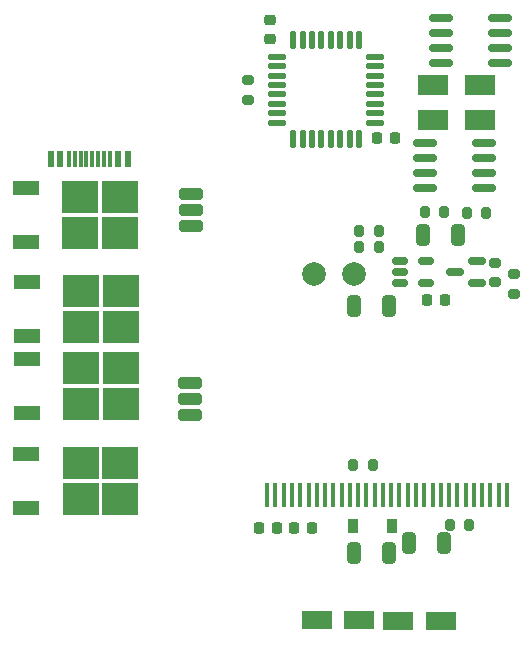
<source format=gtp>
G04 #@! TF.GenerationSoftware,KiCad,Pcbnew,(6.0.0)*
G04 #@! TF.CreationDate,2022-07-15T20:40:48-03:00*
G04 #@! TF.ProjectId,lanterna_bueno,6c616e74-6572-46e6-915f-6275656e6f2e,rev?*
G04 #@! TF.SameCoordinates,Original*
G04 #@! TF.FileFunction,Paste,Top*
G04 #@! TF.FilePolarity,Positive*
%FSLAX46Y46*%
G04 Gerber Fmt 4.6, Leading zero omitted, Abs format (unit mm)*
G04 Created by KiCad (PCBNEW (6.0.0)) date 2022-07-15 20:40:48*
%MOMM*%
%LPD*%
G01*
G04 APERTURE LIST*
G04 Aperture macros list*
%AMRoundRect*
0 Rectangle with rounded corners*
0 $1 Rounding radius*
0 $2 $3 $4 $5 $6 $7 $8 $9 X,Y pos of 4 corners*
0 Add a 4 corners polygon primitive as box body*
4,1,4,$2,$3,$4,$5,$6,$7,$8,$9,$2,$3,0*
0 Add four circle primitives for the rounded corners*
1,1,$1+$1,$2,$3*
1,1,$1+$1,$4,$5*
1,1,$1+$1,$6,$7*
1,1,$1+$1,$8,$9*
0 Add four rect primitives between the rounded corners*
20,1,$1+$1,$2,$3,$4,$5,0*
20,1,$1+$1,$4,$5,$6,$7,0*
20,1,$1+$1,$6,$7,$8,$9,0*
20,1,$1+$1,$8,$9,$2,$3,0*%
G04 Aperture macros list end*
%ADD10RoundRect,0.250000X-1.050000X-0.550000X1.050000X-0.550000X1.050000X0.550000X-1.050000X0.550000X0*%
%ADD11RoundRect,0.150000X-0.512500X-0.150000X0.512500X-0.150000X0.512500X0.150000X-0.512500X0.150000X0*%
%ADD12C,2.000000*%
%ADD13RoundRect,0.250000X-0.325000X-0.650000X0.325000X-0.650000X0.325000X0.650000X-0.325000X0.650000X0*%
%ADD14RoundRect,0.225000X-0.225000X-0.250000X0.225000X-0.250000X0.225000X0.250000X-0.225000X0.250000X0*%
%ADD15RoundRect,0.150000X0.587500X0.150000X-0.587500X0.150000X-0.587500X-0.150000X0.587500X-0.150000X0*%
%ADD16RoundRect,0.250000X0.325000X0.650000X-0.325000X0.650000X-0.325000X-0.650000X0.325000X-0.650000X0*%
%ADD17R,0.400000X2.000000*%
%ADD18RoundRect,0.125000X-0.625000X-0.125000X0.625000X-0.125000X0.625000X0.125000X-0.625000X0.125000X0*%
%ADD19RoundRect,0.125000X-0.125000X-0.625000X0.125000X-0.625000X0.125000X0.625000X-0.125000X0.625000X0*%
%ADD20R,0.600000X1.450000*%
%ADD21R,0.300000X1.450000*%
%ADD22RoundRect,0.200000X-0.200000X-0.275000X0.200000X-0.275000X0.200000X0.275000X-0.200000X0.275000X0*%
%ADD23RoundRect,0.250000X0.750000X-0.250000X0.750000X0.250000X-0.750000X0.250000X-0.750000X-0.250000X0*%
%ADD24RoundRect,0.200000X0.275000X-0.200000X0.275000X0.200000X-0.275000X0.200000X-0.275000X-0.200000X0*%
%ADD25RoundRect,0.250000X-0.750000X0.250000X-0.750000X-0.250000X0.750000X-0.250000X0.750000X0.250000X0*%
%ADD26R,3.050000X2.750000*%
%ADD27R,2.200000X1.200000*%
%ADD28RoundRect,0.150000X-0.825000X-0.150000X0.825000X-0.150000X0.825000X0.150000X-0.825000X0.150000X0*%
%ADD29RoundRect,0.200000X0.200000X0.275000X-0.200000X0.275000X-0.200000X-0.275000X0.200000X-0.275000X0*%
%ADD30RoundRect,0.225000X0.250000X-0.225000X0.250000X0.225000X-0.250000X0.225000X-0.250000X-0.225000X0*%
%ADD31R,2.500000X1.800000*%
%ADD32R,0.900000X1.200000*%
G04 APERTURE END LIST*
D10*
X144674000Y-121632800D03*
X148274000Y-121632800D03*
D11*
X151686500Y-91218800D03*
X151686500Y-92168800D03*
X151686500Y-93118800D03*
X153961500Y-93118800D03*
X153961500Y-91218800D03*
D12*
X147845600Y-92372000D03*
X144473600Y-92372000D03*
D13*
X147843800Y-95064400D03*
X150793800Y-95064400D03*
D14*
X153979400Y-94556400D03*
X155529400Y-94556400D03*
D15*
X158231900Y-93118800D03*
X158231900Y-91218800D03*
X156356900Y-92168800D03*
D16*
X150793800Y-115943200D03*
X147843800Y-115943200D03*
D17*
X140481652Y-111022200D03*
X141181652Y-111022200D03*
X141881652Y-111022200D03*
X142581652Y-111022200D03*
X143281652Y-111022200D03*
X143981652Y-111022200D03*
X144681652Y-111022200D03*
X145381652Y-111022200D03*
X146081652Y-111022200D03*
X146781652Y-111022200D03*
X147481652Y-111022200D03*
X148181652Y-111022200D03*
X148881652Y-111022200D03*
X149581652Y-111022200D03*
X150281652Y-111022200D03*
X150981652Y-111022200D03*
X151681652Y-111022200D03*
X152381652Y-111022200D03*
X153081652Y-111022200D03*
X153781652Y-111022200D03*
X154481652Y-111022200D03*
X155181652Y-111022200D03*
X155881652Y-111022200D03*
X156581652Y-111022200D03*
X157281652Y-111022200D03*
X157981652Y-111022200D03*
X158681652Y-111022200D03*
X159381652Y-111022200D03*
X160081652Y-111022200D03*
X160781652Y-111022200D03*
D18*
X141300042Y-73941800D03*
X141300042Y-74741800D03*
X141300042Y-75541800D03*
X141300042Y-76341800D03*
X141300042Y-77141800D03*
X141300042Y-77941800D03*
X141300042Y-78741800D03*
X141300042Y-79541800D03*
D19*
X142675042Y-80916800D03*
X143475042Y-80916800D03*
X144275042Y-80916800D03*
X145075042Y-80916800D03*
X145875042Y-80916800D03*
X146675042Y-80916800D03*
X147475042Y-80916800D03*
X148275042Y-80916800D03*
D18*
X149650042Y-79541800D03*
X149650042Y-78741800D03*
X149650042Y-77941800D03*
X149650042Y-77141800D03*
X149650042Y-76341800D03*
X149650042Y-75541800D03*
X149650042Y-74741800D03*
X149650042Y-73941800D03*
D19*
X148275042Y-72566800D03*
X147475042Y-72566800D03*
X146675042Y-72566800D03*
X145875042Y-72566800D03*
X145075042Y-72566800D03*
X144275042Y-72566800D03*
X143475042Y-72566800D03*
X142675042Y-72566800D03*
D20*
X128679000Y-82567000D03*
X127879000Y-82567000D03*
D21*
X126679000Y-82567000D03*
X125679000Y-82567000D03*
X125179000Y-82567000D03*
X124179000Y-82567000D03*
D20*
X122979000Y-82567000D03*
X122179000Y-82567000D03*
X122179000Y-82567000D03*
X122979000Y-82567000D03*
D21*
X123679000Y-82567000D03*
X124679000Y-82567000D03*
X126179000Y-82567000D03*
X127179000Y-82567000D03*
D20*
X127879000Y-82567000D03*
X128679000Y-82567000D03*
D22*
X153827800Y-87088800D03*
X155477800Y-87088800D03*
X148282652Y-88663600D03*
X149932652Y-88663600D03*
D23*
X134006200Y-88258200D03*
X134006200Y-86912000D03*
X134006200Y-85565800D03*
D14*
X149755052Y-80789600D03*
X151305052Y-80789600D03*
D24*
X138854000Y-77601400D03*
X138854000Y-75951400D03*
D25*
X133967400Y-101563800D03*
X133967400Y-102910000D03*
X133967400Y-104256200D03*
D26*
X128109800Y-103370200D03*
X124759800Y-100320200D03*
X124759800Y-103370200D03*
X128109800Y-100320200D03*
D27*
X120134800Y-99565200D03*
X120134800Y-104125200D03*
D28*
X153854200Y-81272200D03*
X153854200Y-82542200D03*
X153854200Y-83812200D03*
X153854200Y-85082200D03*
X158804200Y-85082200D03*
X158804200Y-83812200D03*
X158804200Y-82542200D03*
X158804200Y-81272200D03*
D29*
X149932652Y-90086000D03*
X148282652Y-90086000D03*
D30*
X140725652Y-72420600D03*
X140725652Y-70870600D03*
D31*
X158481600Y-79265600D03*
X154481600Y-79265600D03*
D29*
X149424652Y-108475600D03*
X147774652Y-108475600D03*
D13*
X153685800Y-89070000D03*
X156635800Y-89070000D03*
D24*
X159732800Y-93044600D03*
X159732800Y-91394600D03*
X161358400Y-94009800D03*
X161358400Y-92359800D03*
D14*
X142744652Y-113860400D03*
X144294652Y-113860400D03*
D31*
X158532400Y-76370000D03*
X154532400Y-76370000D03*
D14*
X139747452Y-113860400D03*
X141297452Y-113860400D03*
D29*
X157603452Y-113555600D03*
X155953452Y-113555600D03*
D32*
X147719600Y-113708000D03*
X151019600Y-113708000D03*
D28*
X155225800Y-70705800D03*
X155225800Y-71975800D03*
X155225800Y-73245800D03*
X155225800Y-74515800D03*
X160175800Y-74515800D03*
X160175800Y-73245800D03*
X160175800Y-71975800D03*
X160175800Y-70705800D03*
D10*
X151582800Y-121734400D03*
X155182800Y-121734400D03*
D16*
X155416600Y-115079600D03*
X152466600Y-115079600D03*
D26*
X124759800Y-93767000D03*
X124759800Y-96817000D03*
X128109800Y-93767000D03*
X128109800Y-96817000D03*
D27*
X120134800Y-93012000D03*
X120134800Y-97572000D03*
D26*
X124658200Y-85842200D03*
X128008200Y-85842200D03*
X128008200Y-88892200D03*
X124658200Y-88892200D03*
D27*
X120033200Y-85087200D03*
X120033200Y-89647200D03*
D26*
X128059000Y-111396600D03*
X128059000Y-108346600D03*
X124709000Y-111396600D03*
X124709000Y-108346600D03*
D27*
X120084000Y-107591600D03*
X120084000Y-112151600D03*
D29*
X159033800Y-87139600D03*
X157383800Y-87139600D03*
M02*

</source>
